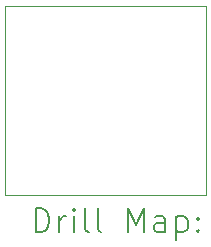
<source format=gbr>
%TF.GenerationSoftware,KiCad,Pcbnew,8.0.7*%
%TF.CreationDate,2025-01-11T12:37:20+01:00*%
%TF.ProjectId,NGCL,4e47434c-2e6b-4696-9361-645f70636258,rev?*%
%TF.SameCoordinates,Original*%
%TF.FileFunction,Drillmap*%
%TF.FilePolarity,Positive*%
%FSLAX45Y45*%
G04 Gerber Fmt 4.5, Leading zero omitted, Abs format (unit mm)*
G04 Created by KiCad (PCBNEW 8.0.7) date 2025-01-11 12:37:20*
%MOMM*%
%LPD*%
G01*
G04 APERTURE LIST*
%ADD10C,0.050000*%
%ADD11C,0.200000*%
G04 APERTURE END LIST*
D10*
X15600000Y-11100000D02*
X15600000Y-9500000D01*
X13900000Y-9500000D02*
X13900000Y-11100000D01*
X15600000Y-9500000D02*
X13900000Y-9500000D01*
X13900000Y-11100000D02*
X15600000Y-11100000D01*
D11*
X14158277Y-11413984D02*
X14158277Y-11213984D01*
X14158277Y-11213984D02*
X14205896Y-11213984D01*
X14205896Y-11213984D02*
X14234467Y-11223508D01*
X14234467Y-11223508D02*
X14253515Y-11242555D01*
X14253515Y-11242555D02*
X14263039Y-11261603D01*
X14263039Y-11261603D02*
X14272562Y-11299698D01*
X14272562Y-11299698D02*
X14272562Y-11328269D01*
X14272562Y-11328269D02*
X14263039Y-11366365D01*
X14263039Y-11366365D02*
X14253515Y-11385412D01*
X14253515Y-11385412D02*
X14234467Y-11404460D01*
X14234467Y-11404460D02*
X14205896Y-11413984D01*
X14205896Y-11413984D02*
X14158277Y-11413984D01*
X14358277Y-11413984D02*
X14358277Y-11280650D01*
X14358277Y-11318746D02*
X14367801Y-11299698D01*
X14367801Y-11299698D02*
X14377324Y-11290174D01*
X14377324Y-11290174D02*
X14396372Y-11280650D01*
X14396372Y-11280650D02*
X14415420Y-11280650D01*
X14482086Y-11413984D02*
X14482086Y-11280650D01*
X14482086Y-11213984D02*
X14472562Y-11223508D01*
X14472562Y-11223508D02*
X14482086Y-11233031D01*
X14482086Y-11233031D02*
X14491610Y-11223508D01*
X14491610Y-11223508D02*
X14482086Y-11213984D01*
X14482086Y-11213984D02*
X14482086Y-11233031D01*
X14605896Y-11413984D02*
X14586848Y-11404460D01*
X14586848Y-11404460D02*
X14577324Y-11385412D01*
X14577324Y-11385412D02*
X14577324Y-11213984D01*
X14710658Y-11413984D02*
X14691610Y-11404460D01*
X14691610Y-11404460D02*
X14682086Y-11385412D01*
X14682086Y-11385412D02*
X14682086Y-11213984D01*
X14939229Y-11413984D02*
X14939229Y-11213984D01*
X14939229Y-11213984D02*
X15005896Y-11356841D01*
X15005896Y-11356841D02*
X15072562Y-11213984D01*
X15072562Y-11213984D02*
X15072562Y-11413984D01*
X15253515Y-11413984D02*
X15253515Y-11309222D01*
X15253515Y-11309222D02*
X15243991Y-11290174D01*
X15243991Y-11290174D02*
X15224943Y-11280650D01*
X15224943Y-11280650D02*
X15186848Y-11280650D01*
X15186848Y-11280650D02*
X15167801Y-11290174D01*
X15253515Y-11404460D02*
X15234467Y-11413984D01*
X15234467Y-11413984D02*
X15186848Y-11413984D01*
X15186848Y-11413984D02*
X15167801Y-11404460D01*
X15167801Y-11404460D02*
X15158277Y-11385412D01*
X15158277Y-11385412D02*
X15158277Y-11366365D01*
X15158277Y-11366365D02*
X15167801Y-11347317D01*
X15167801Y-11347317D02*
X15186848Y-11337793D01*
X15186848Y-11337793D02*
X15234467Y-11337793D01*
X15234467Y-11337793D02*
X15253515Y-11328269D01*
X15348753Y-11280650D02*
X15348753Y-11480650D01*
X15348753Y-11290174D02*
X15367801Y-11280650D01*
X15367801Y-11280650D02*
X15405896Y-11280650D01*
X15405896Y-11280650D02*
X15424943Y-11290174D01*
X15424943Y-11290174D02*
X15434467Y-11299698D01*
X15434467Y-11299698D02*
X15443991Y-11318746D01*
X15443991Y-11318746D02*
X15443991Y-11375888D01*
X15443991Y-11375888D02*
X15434467Y-11394936D01*
X15434467Y-11394936D02*
X15424943Y-11404460D01*
X15424943Y-11404460D02*
X15405896Y-11413984D01*
X15405896Y-11413984D02*
X15367801Y-11413984D01*
X15367801Y-11413984D02*
X15348753Y-11404460D01*
X15529705Y-11394936D02*
X15539229Y-11404460D01*
X15539229Y-11404460D02*
X15529705Y-11413984D01*
X15529705Y-11413984D02*
X15520182Y-11404460D01*
X15520182Y-11404460D02*
X15529705Y-11394936D01*
X15529705Y-11394936D02*
X15529705Y-11413984D01*
X15529705Y-11290174D02*
X15539229Y-11299698D01*
X15539229Y-11299698D02*
X15529705Y-11309222D01*
X15529705Y-11309222D02*
X15520182Y-11299698D01*
X15520182Y-11299698D02*
X15529705Y-11290174D01*
X15529705Y-11290174D02*
X15529705Y-11309222D01*
M02*

</source>
